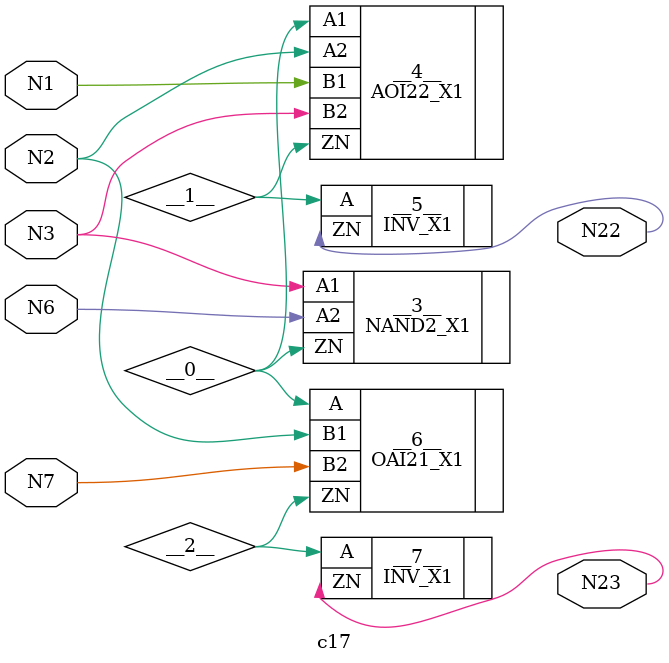
<source format=v>
/* Generated by lut-synth 0.7.2 */

module c17 (
    N3,
    N6,
    N2,
    N1,
    N7,
    N22,
    N23
);
  input N3;
  wire N3;
  input N6;
  wire N6;
  input N2;
  wire N2;
  input N1;
  wire N1;
  input N7;
  wire N7;
  output N22;
  wire N22;
  output N23;
  wire N23;
  wire __0__;
  wire __1__;
  wire __2__;
  NAND2_X1 #(
  ) __3__ (
      .A1(N3),
      .A2(N6),
      .ZN(__0__)
  );
  AOI22_X1 #(
  ) __4__ (
      .A1(__0__),
      .A2(N2),
      .B1(N1),
      .B2(N3),
      .ZN(__1__)
  );
  INV_X1 #(
  ) __5__ (
      .A(__1__),
      .ZN(N22)
  );
  OAI21_X1 #(
  ) __6__ (
      .A(__0__),
      .B1(N2),
      .B2(N7),
      .ZN(__2__)
  );
  INV_X1 #(
  ) __7__ (
      .A(__2__),
      .ZN(N23)
  );
endmodule

</source>
